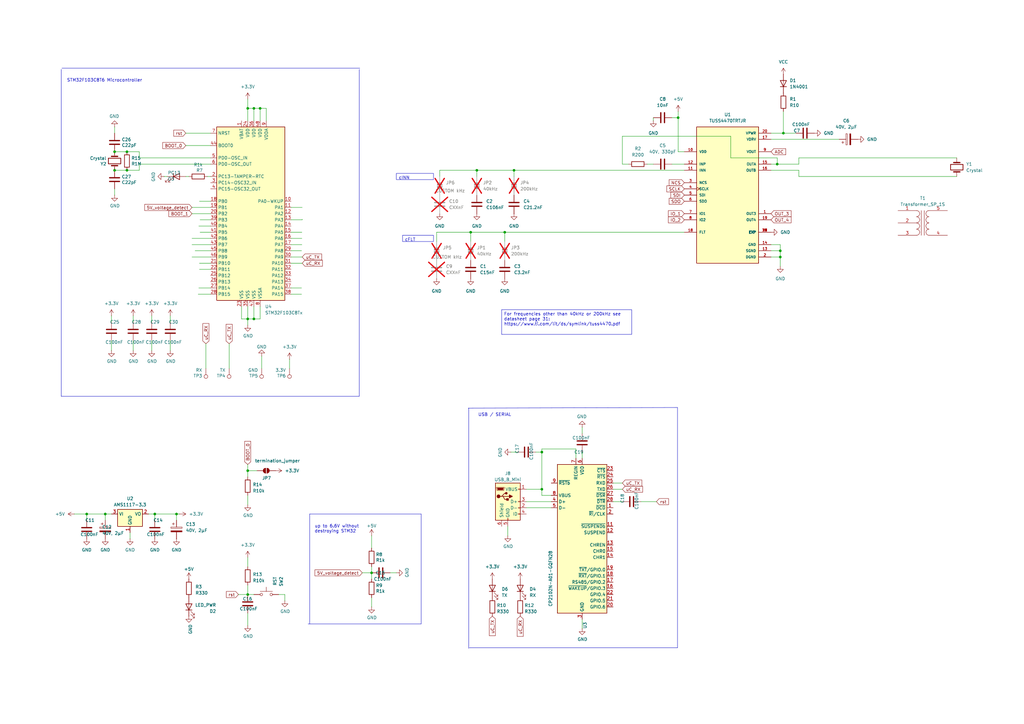
<source format=kicad_sch>
(kicad_sch (version 20231120) (generator "eeschema") (generator_version "8.0")
  (paper "A3")
  (junction (at 222.25 200.66))
  (junction (at 152.4 234.95))
  (junction (at 52.07 62.23))
  (junction (at 101.6 44.45))
  (junction (at 52.07 69.85))
  (junction (at 104.14 44.45))
  (junction (at 35.56 210.82))
  (junction (at 207.01 95.25))
  (junction (at 101.6 193.04))
  (junction (at 320.04 105.41))
  (junction (at 46.99 69.85))
  (junction (at 63.5 210.82))
  (junction (at 278.13 48.26))
  (junction (at 43.18 210.82))
  (junction (at 320.04 102.87))
  (junction (at 195.58 69.85))
  (junction (at 210.82 69.85))
  (junction (at 193.04 95.25))
  (junction (at 104.14 130.81))
  (junction (at 106.68 44.45))
  (junction (at 72.39 210.82))
  (junction (at 46.99 62.23))
  (junction (at 101.6 130.81))
  (junction (at 101.6 243.84))
  (junction (at 321.31 54.61))
  (junction (at 222.25 185.42))
  (junction (at 318.77 67.31))
  (wire (pts (xy 278.13 48.26) (xy 278.13 62.23)))
  (wire (pts (xy 236.22 187.96) (xy 236.22 184.15)))
  (wire (pts (xy 86.36 82.55) (xy 81.788 82.55)))
  (wire (pts (xy 78.74 100.33) (xy 86.36 100.33)))
  (wire (pts (xy 45.72 139.7) (xy 45.72 143.764)))
  (wire (pts (xy 280.67 69.85) (xy 210.82 69.85)))
  (wire (pts (xy 119.38 102.87) (xy 123.698 102.87)))
  (wire (pts (xy 101.6 130.81) (xy 104.14 130.81)))
  (wire (pts (xy 275.59 48.26) (xy 278.13 48.26)))
  (polyline (pts (xy 172.72 255.905) (xy 126.365 255.905)))
  (wire (pts (xy 82.042 95.25) (xy 86.36 95.25)))
  (wire (pts (xy 72.39 210.82) (xy 73.66 210.82)))
  (wire (pts (xy 392.43 64.77) (xy 327.66 64.77)))
  (wire (pts (xy 299.72 64.77) (xy 318.77 64.77)))
  (wire (pts (xy 86.36 107.95) (xy 81.788 107.95)))
  (wire (pts (xy 101.6 240.03) (xy 101.6 243.84)))
  (wire (pts (xy 45.72 129.54) (xy 45.72 132.08)))
  (wire (pts (xy 54.61 139.7) (xy 54.61 143.764)))
  (wire (pts (xy 63.5 210.82) (xy 72.39 210.82)))
  (wire (pts (xy 321.31 45.72) (xy 321.31 54.61)))
  (wire (pts (xy 106.68 125.73) (xy 106.68 130.81)))
  (wire (pts (xy 54.61 129.54) (xy 54.61 132.08)))
  (wire (pts (xy 123.952 89.916) (xy 123.952 90.17)))
  (wire (pts (xy 327.66 69.85) (xy 327.66 72.39)))
  (wire (pts (xy 104.14 125.73) (xy 104.14 130.81)))
  (wire (pts (xy 195.58 69.85) (xy 195.58 72.39)))
  (wire (pts (xy 321.31 54.61) (xy 326.39 54.61)))
  (wire (pts (xy 93.98 140.97) (xy 93.98 151.13)))
  (wire (pts (xy 123.952 90.17) (xy 119.38 90.17)))
  (wire (pts (xy 101.6 195.58) (xy 101.6 193.04)))
  (wire (pts (xy 265.43 67.31) (xy 267.97 67.31)))
  (wire (pts (xy 43.18 210.82) (xy 45.72 210.82)))
  (wire (pts (xy 316.23 102.87) (xy 320.04 102.87)))
  (wire (pts (xy 35.56 210.82) (xy 43.18 210.82)))
  (wire (pts (xy 262.89 205.74) (xy 269.24 205.74)))
  (wire (pts (xy 30.48 210.82) (xy 35.56 210.82)))
  (wire (pts (xy 43.18 213.36) (xy 43.18 210.82)))
  (wire (pts (xy 57.15 64.77) (xy 86.36 64.77)))
  (wire (pts (xy 210.82 69.85) (xy 210.82 72.39)))
  (wire (pts (xy 114.3 243.84) (xy 116.84 243.84)))
  (wire (pts (xy 251.46 205.74) (xy 255.27 205.74)))
  (wire (pts (xy 86.36 72.39) (xy 85.09 72.39)))
  (wire (pts (xy 193.04 95.25) (xy 207.01 95.25)))
  (wire (pts (xy 318.77 67.31) (xy 327.66 67.31)))
  (wire (pts (xy 52.07 62.23) (xy 57.15 62.23)))
  (polyline (pts (xy 172.72 210.82) (xy 172.72 255.905)))
  (wire (pts (xy 60.96 210.82) (xy 63.5 210.82)))
  (wire (pts (xy 116.84 243.84) (xy 116.84 246.38)))
  (wire (pts (xy 207.01 95.25) (xy 280.67 95.25)))
  (polyline (pts (xy 277.876 265.684) (xy 192.532 265.684)))
  (wire (pts (xy 118.745 151.13) (xy 118.745 147.32)))
  (wire (pts (xy 222.25 185.42) (xy 219.71 185.42)))
  (wire (pts (xy 101.6 44.45) (xy 101.6 40.64)))
  (wire (pts (xy 101.6 44.45) (xy 104.14 44.45)))
  (wire (pts (xy 327.66 64.77) (xy 327.66 67.31)))
  (polyline (pts (xy 147.32 28.448) (xy 147.32 162.56)))
  (wire (pts (xy 101.6 203.2) (xy 101.6 207.01)))
  (wire (pts (xy 255.27 200.66) (xy 251.46 200.66)))
  (wire (pts (xy 78.74 97.79) (xy 86.36 97.79)))
  (wire (pts (xy 72.39 213.36) (xy 72.39 210.82)))
  (wire (pts (xy 84.455 151.13) (xy 84.455 140.97)))
  (wire (pts (xy 101.6 44.45) (xy 101.6 49.53)))
  (wire (pts (xy 104.14 44.45) (xy 104.14 49.53)))
  (wire (pts (xy 63.5 213.36) (xy 63.5 210.82)))
  (wire (pts (xy 107.315 151.13) (xy 107.315 146.05)))
  (wire (pts (xy 52.07 69.85) (xy 57.15 69.85)))
  (wire (pts (xy 78.74 105.41) (xy 86.36 105.41)))
  (polyline (pts (xy 127 210.82) (xy 172.72 210.82)))
  (wire (pts (xy 152.4 245.11) (xy 152.4 248.92)))
  (wire (pts (xy 104.14 44.45) (xy 106.68 44.45)))
  (wire (pts (xy 46.99 54.61) (xy 46.99 52.07)))
  (wire (pts (xy 267.97 49.53) (xy 267.97 48.26)))
  (wire (pts (xy 81.534 118.11) (xy 86.36 118.11)))
  (wire (pts (xy 179.07 95.25) (xy 193.04 95.25)))
  (wire (pts (xy 99.06 130.81) (xy 99.06 125.73)))
  (wire (pts (xy 275.59 67.31) (xy 280.67 67.31)))
  (wire (pts (xy 82.042 90.17) (xy 86.36 90.17)))
  (wire (pts (xy 101.6 125.73) (xy 101.6 130.81)))
  (wire (pts (xy 76.2 59.69) (xy 86.36 59.69)))
  (wire (pts (xy 222.25 200.66) (xy 215.9 200.66)))
  (wire (pts (xy 344.17 57.15) (xy 316.23 57.15)))
  (wire (pts (xy 119.38 100.33) (xy 123.825 100.33)))
  (wire (pts (xy 238.76 177.8) (xy 238.76 175.26)))
  (wire (pts (xy 208.28 215.9) (xy 208.28 219.71)))
  (wire (pts (xy 255.27 55.88) (xy 299.72 55.88)))
  (wire (pts (xy 316.23 100.33) (xy 320.04 100.33)))
  (wire (pts (xy 255.27 67.31) (xy 257.81 67.31)))
  (wire (pts (xy 81.28 120.65) (xy 86.36 120.65)))
  (wire (pts (xy 101.6 251.46) (xy 101.6 256.54)))
  (polyline (pts (xy 127 210.82) (xy 127 255.905)))
  (wire (pts (xy 316.23 54.61) (xy 321.31 54.61)))
  (wire (pts (xy 69.85 129.54) (xy 69.85 132.08)))
  (wire (pts (xy 106.68 44.45) (xy 106.68 49.53)))
  (wire (pts (xy 236.22 184.15) (xy 222.25 184.15)))
  (wire (pts (xy 226.06 203.2) (xy 222.25 203.2)))
  (wire (pts (xy 238.76 187.96) (xy 238.76 185.42)))
  (wire (pts (xy 106.68 130.81) (xy 104.14 130.81)))
  (wire (pts (xy 212.09 185.42) (xy 209.55 185.42)))
  (wire (pts (xy 148.59 234.95) (xy 152.4 234.95)))
  (wire (pts (xy 238.76 254) (xy 238.76 257.81)))
  (wire (pts (xy 180.34 69.85) (xy 180.34 72.39)))
  (wire (pts (xy 62.23 129.54) (xy 62.23 132.08)))
  (wire (pts (xy 195.58 69.85) (xy 180.34 69.85)))
  (wire (pts (xy 97.79 243.84) (xy 101.6 243.84)))
  (wire (pts (xy 76.2 54.61) (xy 86.36 54.61)))
  (wire (pts (xy 278.13 45.72) (xy 278.13 48.26)))
  (wire (pts (xy 119.38 85.09) (xy 123.952 85.09)))
  (wire (pts (xy 226.06 208.28) (xy 215.9 208.28)))
  (wire (pts (xy 77.47 72.39) (xy 76.2 72.39)))
  (wire (pts (xy 101.6 243.84) (xy 104.14 243.84)))
  (wire (pts (xy 81.534 92.71) (xy 86.36 92.71)))
  (wire (pts (xy 123.698 118.11) (xy 119.38 118.11)))
  (wire (pts (xy 320.04 105.41) (xy 320.04 109.22)))
  (polyline (pts (xy 277.876 167.132) (xy 277.876 265.684)))
  (wire (pts (xy 67.31 72.39) (xy 68.58 72.39)))
  (wire (pts (xy 152.4 224.79) (xy 152.4 219.71)))
  (wire (pts (xy 119.38 107.95) (xy 123.952 107.95)))
  (wire (pts (xy 57.15 67.31) (xy 86.36 67.31)))
  (wire (pts (xy 101.6 193.04) (xy 101.6 190.5)))
  (wire (pts (xy 57.15 67.31) (xy 57.15 69.85)))
  (wire (pts (xy 320.04 102.87) (xy 320.04 105.41)))
  (wire (pts (xy 106.68 44.45) (xy 109.22 44.45)))
  (wire (pts (xy 46.99 62.23) (xy 52.07 62.23)))
  (wire (pts (xy 101.6 130.81) (xy 101.6 133.35)))
  (wire (pts (xy 53.34 220.98) (xy 53.34 218.44)))
  (wire (pts (xy 119.38 97.79) (xy 123.825 97.79)))
  (wire (pts (xy 318.77 64.77) (xy 318.77 67.31)))
  (wire (pts (xy 210.82 69.85) (xy 195.58 69.85)))
  (wire (pts (xy 193.04 95.25) (xy 193.04 99.06)))
  (polyline (pts (xy 25.146 162.56) (xy 147.32 162.56)))
  (wire (pts (xy 69.85 139.7) (xy 69.85 143.764)))
  (wire (pts (xy 152.4 232.41) (xy 152.4 234.95)))
  (wire (pts (xy 179.07 99.06) (xy 179.07 95.25)))
  (wire (pts (xy 316.23 105.41) (xy 320.04 105.41)))
  (wire (pts (xy 119.38 105.41) (xy 123.952 105.41)))
  (wire (pts (xy 278.13 62.23) (xy 280.67 62.23)))
  (polyline (pts (xy 147.574 27.94) (xy 25.4 27.94)))
  (wire (pts (xy 320.04 100.33) (xy 320.04 102.87)))
  (wire (pts (xy 35.56 213.36) (xy 35.56 210.82)))
  (wire (pts (xy 222.25 203.2) (xy 222.25 200.66)))
  (wire (pts (xy 207.01 99.06) (xy 207.01 95.25)))
  (wire (pts (xy 86.36 110.49) (xy 81.788 110.49)))
  (wire (pts (xy 327.66 72.39) (xy 392.43 72.39)))
  (wire (pts (xy 316.23 69.85) (xy 327.66 69.85)))
  (wire (pts (xy 109.22 44.45) (xy 109.22 49.53)))
  (wire (pts (xy 57.15 62.23) (xy 57.15 64.77)))
  (wire (pts (xy 215.9 205.74) (xy 226.06 205.74)))
  (wire (pts (xy 222.25 185.42) (xy 222.25 200.66)))
  (wire (pts (xy 78.74 85.09) (xy 86.36 85.09)))
  (wire (pts (xy 46.99 69.85) (xy 52.07 69.85)))
  (wire (pts (xy 119.38 95.25) (xy 123.825 95.25)))
  (wire (pts (xy 62.23 139.7) (xy 62.23 143.764)))
  (wire (pts (xy 222.25 184.15) (xy 222.25 185.42)))
  (wire (pts (xy 255.27 67.31) (xy 255.27 55.88)))
  (wire (pts (xy 316.23 67.31) (xy 318.77 67.31)))
  (wire (pts (xy 119.38 120.65) (xy 123.698 120.65)))
  (wire (pts (xy 86.36 102.87) (xy 80.01 102.87)))
  (wire (pts (xy 101.6 232.41) (xy 101.6 228.6)))
  (wire (pts (xy 152.4 234.95) (xy 152.4 237.49)))
  (wire (pts (xy 78.74 87.63) (xy 86.36 87.63)))
  (wire (pts (xy 162.56 234.95) (xy 160.02 234.95)))
  (wire (pts (xy 101.6 193.04) (xy 105.41 193.04)))
  (polyline (pts (xy 192.278 167.386) (xy 192.278 265.938)))
  (wire (pts (xy 101.6 130.81) (xy 99.06 130.81)))
  (wire (pts (xy 46.99 77.47) (xy 46.99 80.01)))
  (polyline (pts (xy 25.146 28.448) (xy 25.146 162.56)))
  (wire (pts (xy 299.72 55.88) (xy 299.72 64.77)))
  (polyline (pts (xy 192.024 167.386) (xy 277.876 167.132)))
  (wire (pts (xy 251.46 198.12) (xy 255.27 198.12)))
  (text_box "cFLT" (at 165.1 96.52 0) (size 12.7 2.54) (effects (font (size 1.27 1.27)) (justify left top)))
  (text_box "For frequencies other than 40kHz or 200kHz see datasheet page 31:\nhttps://www.ti.com/lit/ds/symlink/tuss4470.pdf" (at 205.74 127 0) (size 53.34 10.16) (effects (font (size 1.27 1.27)) (justify left top)))
  (text_box "cINN" (at 162.56 71.12 0) (size 15.24 2.54) (effects (font (size 1.27 1.27)) (justify left top)))
  (text "USB / SERIAL" (at 196.088 170.942 0) (effects (font (size 1.27 1.27)) (justify left bottom)))
  (text "up to 6.6V without \ndestroying STM32" (at 129.032 218.694 0) (effects (font (size 1.27 1.27)) (justify left bottom)))
  (text "STM32F103C8T6 Microcontroller" (at 27.432 33.782 0) (effects (font (size 1.27 1.27)) (justify left bottom)))
  (global_label "NCS" (shape input) (at 280.67 74.93 180) (property "Intersheetrefs" "${INTERSHEET_REFS}" (effects (hide yes))))
  (global_label "uC_RX" (shape input) (at 84.455 140.97 90) (property "Intersheetrefs" "${INTERSHEET_REFS}" (effects (hide yes))))
  (global_label "SCLK" (shape input) (at 280.67 77.47 180) (property "Intersheetrefs" "${INTERSHEET_REFS}" (effects (hide yes))))
  (global_label "uC_RX" (shape input) (at 123.952 107.95 0) (property "Intersheetrefs" "${INTERSHEET_REFS}" (effects (hide yes))))
  (global_label "uC_TX" (shape input) (at 93.98 140.97 90) (property "Intersheetrefs" "${INTERSHEET_REFS}" (effects (hide yes))))
  (global_label "SDO" (shape input) (at 280.67 82.55 180) (property "Intersheetrefs" "${INTERSHEET_REFS}" (effects (hide yes))))
  (global_label "5V_voltage_detect" (shape input) (at 78.74 85.09 180) (property "Intersheetrefs" "${INTERSHEET_REFS}" (effects (hide yes))))
  (global_label "BOOT_0" (shape input) (at 101.6 190.5 90) (property "Intersheetrefs" "${INTERSHEET_REFS}" (effects (hide yes))))
  (global_label "ADC" (shape input) (at 316.23 62.23 0) (property "Intersheetrefs" "${INTERSHEET_REFS}" (effects (hide yes))))
  (global_label "OUT_4" (shape input) (at 316.23 90.17 0) (property "Intersheetrefs" "${INTERSHEET_REFS}" (effects (hide yes))))
  (global_label "uC_RX" (shape input) (at 255.27 200.66 0) (property "Intersheetrefs" "${INTERSHEET_REFS}" (effects (hide yes))))
  (global_label "uC_TX" (shape input) (at 201.93 252.73 270) (property "Intersheetrefs" "${INTERSHEET_REFS}" (effects (hide yes))))
  (global_label "BOOT_0" (shape input) (at 76.2 59.69 180) (property "Intersheetrefs" "${INTERSHEET_REFS}" (effects (hide yes))))
  (global_label "uC_RX" (shape input) (at 213.36 252.73 270) (property "Intersheetrefs" "${INTERSHEET_REFS}" (effects (hide yes))))
  (global_label "uC_TX" (shape input) (at 123.952 105.41 0) (property "Intersheetrefs" "${INTERSHEET_REFS}" (effects (hide yes))))
  (global_label "SDI" (shape input) (at 280.67 80.01 180) (property "Intersheetrefs" "${INTERSHEET_REFS}" (effects (hide yes))))
  (global_label "OUT_3" (shape input) (at 316.23 87.63 0) (property "Intersheetrefs" "${INTERSHEET_REFS}" (effects (hide yes))))
  (global_label "rst" (shape input) (at 76.2 54.61 180) (property "Intersheetrefs" "${INTERSHEET_REFS}" (effects (hide yes))))
  (global_label "BOOT_1" (shape input) (at 78.74 87.63 180) (property "Intersheetrefs" "${INTERSHEET_REFS}" (effects (hide yes))))
  (global_label "rst" (shape input) (at 269.24 205.74 0) (property "Intersheetrefs" "${INTERSHEET_REFS}" (effects (hide yes))))
  (global_label "IO_2" (shape input) (at 280.67 90.17 180) (property "Intersheetrefs" "${INTERSHEET_REFS}" (effects (hide yes))))
  (global_label "rst" (shape input) (at 97.79 243.84 180) (property "Intersheetrefs" "${INTERSHEET_REFS}" (effects (hide yes))))
  (global_label "uC_TX" (shape input) (at 255.27 198.12 0) (property "Intersheetrefs" "${INTERSHEET_REFS}" (effects (hide yes))))
  (global_label "IO_1" (shape input) (at 280.67 87.63 180) (property "Intersheetrefs" "${INTERSHEET_REFS}" (effects (hide yes))))
  (global_label "5V_voltage_detect" (shape input) (at 148.59 234.95 180) (property "Intersheetrefs" "${INTERSHEET_REFS}" (effects (hide yes))))
  (symbol (lib_id "Device:LED") (at 213.36 241.3 90) (unit 1)
    (property "Reference" "D4" (at 217.17 241.6174 90) (effects (justify right)))
    (property "Value" "RX" (at 217.17 244.1574 90) (effects (justify right)))
    (property "Footprint" "LED_SMD:LED_0603_1608Metric" (effects (hide yes)))
    (property "LCSC" "C72038" (effects (hide yes)))
  )
  (symbol (lib_id "power:GND") (at 62.23 143.764 0) (unit 1)
    (property "Reference" "#PWR077" (effects (hide yes)))
    (property "Value" "GND" (at 62.357 148.1582 0))
  )
  (symbol (lib_id "Device:C") (at 179.07 110.49 0) (unit 1) (in_bom no) (dnp yes)
    (property "Reference" "C9" (at 182.88 109.2199 0) (effects (justify left)))
    (property "Value" "CXXnF" (at 182.88 111.7599 0) (effects (justify left)))
    (property "Footprint" "Capacitor_SMD:C_0603_1608Metric" (effects (hide yes)))
    (property "Description" "Unpolarized capacitor" (effects (hide yes)))
  )
  (symbol (lib_id "power:+5V") (at 77.47 237.49 0) (unit 1)
    (property "Reference" "#PWR026" (effects (hide yes)))
    (property "Value" "+5V" (at 77.47 233.426 0))
  )
  (symbol (lib_id "Device:C") (at 46.99 58.42 0) (unit 1)
    (property "Reference" "C26" (at 49.911 57.2516 0) (effects (justify left)))
    (property "Value" "C22pF" (at 49.911 59.563 0) (effects (justify left)))
    (property "Footprint" "Capacitor_SMD:C_0402_1005Metric" (effects (hide yes)))
    (property "LCSC" "C1555" (effects (hide yes)))
  )
  (symbol (lib_name "+3.3V_1") (lib_id "power:+3.3V") (at 101.6 228.6 0) (unit 1)
    (property "Reference" "#PWR063" (effects (hide yes)))
    (property "Value" "+3.3V" (at 101.6 223.52 0))
    (property "Description" "Power symbol creates a global label with name \"+3.3V\"" (effects (hide yes)))
  )
  (symbol (lib_id "Device:LED") (at 72.39 72.39 0) (unit 1)
    (property "Reference" "D3" (at 68.834 73.406 0) (effects (justify left)))
    (property "Value" "PC13" (at 68.834 70.866 0) (effects (justify left)))
    (property "Footprint" "LED_SMD:LED_0603_1608Metric" (effects (hide yes)))
    (property "LCSC" "C2286" (effects (hide yes)))
  )
  (symbol (lib_id "power:GND") (at 35.56 220.98 0) (unit 1)
    (property "Reference" "#PWR037" (effects (hide yes)))
    (property "Value" "GND" (at 35.56 225.552 0))
  )
  (symbol (lib_id "power:+5V") (at 152.4 219.71 0) (unit 1)
    (property "Reference" "#PWR050" (effects (hide yes)))
    (property "Value" "+5V" (at 152.4 215.646 0))
  )
  (symbol (lib_id "Device:R") (at 152.4 241.3 0) (unit 1)
    (property "Reference" "R9" (at 154.178 240.1316 0) (effects (justify left)))
    (property "Value" "R1k" (at 154.178 242.443 0) (effects (justify left)))
    (property "Footprint" "Resistor_SMD:R_0603_1608Metric" (effects (hide yes)))
    (property "LCSC" "C21190" (effects (hide yes)))
  )
  (symbol (lib_id "Device:C") (at 156.21 234.95 90) (unit 1)
    (property "Reference" "C15" (at 157.988 234.95 90) (effects (justify left)))
    (property "Value" "C100nF" (at 160.655 237.49 90) (effects (justify left)))
    (property "Footprint" "Capacitor_SMD:C_0402_1005Metric" (effects (hide yes)))
    (property "LCSC" "C307331" (effects (hide yes)))
  )
  (symbol (lib_id "power:+5V") (at 278.13 45.72 0) (unit 1)
    (property "Reference" "#PWR016" (effects (hide yes)))
    (property "Value" "+5V" (at 278.13 40.64 0))
    (property "Description" "Power symbol creates a global label with name \"+5V\"" (effects (hide yes)))
  )
  (symbol (lib_id "Device:C") (at 54.61 135.89 0) (unit 1)
    (property "Reference" "C28" (at 53.975 132.08 0) (effects (justify left)))
    (property "Value" "C100nF" (at 52.07 140.335 0) (effects (justify left)))
    (property "Footprint" "Capacitor_SMD:C_0402_1005Metric" (effects (hide yes)))
    (property "LCSC" "C307331" (effects (hide yes)))
  )
  (symbol (lib_id "Interface_USB:CP2102N-A01-GQFN28") (at 238.76 220.98 0) (unit 1)
    (property "Reference" "U3" (at 239.9284 255.1176 90) (effects (justify right)))
    (property "Value" "CP2102N-A01-GQFN28" (at 225.806 225.806 90) (effects (justify right)))
    (property "Footprint" "Package_DFN_QFN:QFN-28-1EP_5x5mm_P0.5mm_EP3.35x3.35mm" (effects (hide yes)))
    (property "Datasheet" "https://www.silabs.com/documents/public/data-sheets/cp2102n-datasheet.pdf" (effects (hide yes)))
    (property "LCSC" "C6568" (effects (hide yes)))
  )
  (symbol (lib_name "+3.3V_1") (lib_id "power:+3.3V") (at 54.61 129.54 0) (unit 1)
    (property "Reference" "#PWR031" (effects (hide yes)))
    (property "Value" "+3.3V" (at 54.61 124.46 0))
    (property "Description" "Power symbol creates a global label with name \"+3.3V\"" (effects (hide yes)))
  )
  (symbol (lib_id "power:GND") (at 207.01 114.3 0) (unit 1)
    (property "Reference" "#PWR09" (effects (hide yes)))
    (property "Value" "GND" (at 207.01 119.38 0))
    (property "Description" "Power symbol creates a global label with name \"GND\" , ground" (effects (hide yes)))
  )
  (symbol (lib_id "power:GND") (at 152.4 248.92 0) (unit 1)
    (property "Reference" "#PWR051" (effects (hide yes)))
    (property "Value" "GND" (at 152.527 253.3142 0))
  )
  (symbol (lib_id "Device:Crystal") (at 392.43 68.58 90) (unit 1)
    (property "Reference" "Y1" (at 396.24 67.3099 90) (effects (justify right)))
    (property "Value" "Crystal" (at 396.24 69.8499 90) (effects (justify right)))
    (property "Footprint" "Resistor_SMD:R_1206_3216Metric" (effects (hide yes)))
    (property "Description" "Two pin crystal" (effects (hide yes)))
  )
  (symbol (lib_id "MCU_ST_STM32F1:STM32F103C8Tx") (at 104.14 87.63 0) (unit 1)
    (property "Reference" "U4" (at 108.6994 125.73 0) (effects (justify left)))
    (property "Value" "STM32F103C8Tx" (at 108.6994 128.27 0) (effects (justify left)))
    (property "Footprint" "Package_QFP:LQFP-48_7x7mm_P0.5mm" (effects (hide yes)))
    (property "Datasheet" "http://www.st.com/st-web-ui/static/active/en/resource/technical/document/datasheet/CD00161566.pdf" (effects (hide yes)))
    (property "LCSC" "C8734" (effects (hide yes)))
  )
  (symbol (lib_id "power:GND") (at 77.47 252.73 0) (unit 1)
    (property "Reference" "#PWR027" (effects (hide yes)))
    (property "Value" "GND" (at 78.105 256.032 90) (effects (justify right)))
  )
  (symbol (lib_id "power:GND") (at 179.07 114.3 0) (unit 1)
    (property "Reference" "#PWR017" (effects (hide yes)))
    (property "Value" "GND" (at 179.07 119.38 0))
    (property "Description" "Power symbol creates a global label with name \"GND\" , ground" (effects (hide yes)))
  )
  (symbol (lib_id "power:GND") (at 43.18 220.98 0) (unit 1)
    (property "Reference" "#PWR02" (effects (hide yes)))
    (property "Value" "GND" (at 43.18 225.552 0))
  )
  (symbol (lib_id "Connector:TestPoint") (at 84.455 151.13 180) (unit 1)
    (property "Reference" "TP3" (at 82.9818 154.1272 0) (effects (justify left)))
    (property "Value" "RX" (at 82.9818 151.8158 0) (effects (justify left)))
    (property "Footprint" "TestPoint:TestPoint_Pad_D2.0mm" (effects (hide yes)))
  )
  (symbol (lib_id "Device:C") (at 271.78 67.31 90) (unit 1)
    (property "Reference" "C5" (at 271.78 59.69 90))
    (property "Value" "40V, 330pF" (at 271.78 62.23 90))
    (property "Footprint" "Capacitor_SMD:C_0603_1608Metric" (effects (hide yes)))
    (property "Description" "Unpolarized capacitor" (effects (hide yes)))
    (property "LCSC" "C1664" (effects (hide yes)))
  )
  (symbol (lib_id "Device:C") (at 238.76 181.61 180) (unit 1)
    (property "Reference" "C19" (at 239.395 185.42 0) (effects (justify left)))
    (property "Value" "C100nF" (at 242.062 179.578 0) (effects (justify left)))
    (property "Footprint" "Capacitor_SMD:C_0402_1005Metric" (effects (hide yes)))
    (property "LCSC" "C307331" (effects (hide yes)))
  )
  (symbol (lib_id "power:GND") (at 267.97 49.53 0) (unit 1)
    (property "Reference" "#PWR014" (effects (hide yes)))
    (property "Value" "GND" (at 267.97 54.61 0))
    (property "Description" "Power symbol creates a global label with name \"GND\" , ground" (effects (hide yes)))
  )
  (symbol (lib_id "power:GND") (at 316.23 95.25 90) (unit 1)
    (property "Reference" "#PWR019" (effects (hide yes)))
    (property "Value" "GND" (at 320.04 95.2499 90) (effects (justify right)))
    (property "Description" "Power symbol creates a global label with name \"GND\" , ground" (effects (hide yes)))
  )
  (symbol (lib_id "Device:C") (at 63.5 217.17 0) (unit 1)
    (property "Reference" "C14" (at 62.865 213.36 0) (effects (justify left)))
    (property "Value" "C100nF" (at 60.198 219.202 0) (effects (justify left)))
    (property "Footprint" "Capacitor_SMD:C_0402_1005Metric" (effects (hide yes)))
    (property "LCSC" "C307331" (effects (hide yes)))
  )
  (symbol (lib_id "Device:C") (at 195.58 83.82 0) (unit 1)
    (property "Reference" "C2" (at 199.39 82.5499 0) (effects (justify left)))
    (property "Value" "C106nF" (at 199.39 85.0899 0) (effects (justify left)))
    (property "Footprint" "Capacitor_SMD:C_0603_1608Metric" (effects (hide yes)))
    (property "Description" "Unpolarized capacitor" (effects (hide yes)))
    (property "LCSC" "C14663" (effects (hide yes)))
  )
  (symbol (lib_id "Switch:SW_Push") (at 109.22 243.84 0) (unit 1)
    (property "Reference" "SW2" (at 115.316 236.474 90) (effects (justify right)))
    (property "Value" "RST" (at 112.776 236.474 90) (effects (justify right)))
    (property "Footprint" "Button_Switch_SMD:SW_Push_1P1T_NO_CK_KSC7xxJ" (effects (hide yes)))
    (property "LCSC" "C318884" (effects (hide yes)))
  )
  (symbol (lib_id "Device:C_Polarized") (at 43.18 217.17 0) (unit 1)
    (property "Reference" "C12" (at 41.91 216.154 0) (effects (justify left)))
    (property "Value" "40V, 2µF" (at 41.91 218.694 0) (effects (justify left)))
    (property "Footprint" "Capacitor_SMD:C_1206_3216Metric" (effects (hide yes)))
    (property "Description" "Polarized capacitor" (effects (hide yes)))
    (property "LCSC" "C50254" (effects (hide yes)))
  )
  (symbol (lib_id "Connector:USB_B_Mini") (at 208.28 205.74 0) (unit 1)
    (property "Reference" "J8" (at 208.28 194.183 0))
    (property "Value" "USB_B_Mini" (at 208.28 196.723 0))
    (property "Footprint" "Connector_USB:USB_Mini-B_Tensility_54-00023_Vertical" (effects (hide yes)))
    (property "LCSC" "C6331167" (effects (hide yes)))
  )
  (symbol (lib_id "Device:R") (at 213.36 248.92 0) (unit 1)
    (property "Reference" "R12" (at 215.138 248.285 0) (effects (justify left)))
    (property "Value" "R330" (at 215.138 250.825 0) (effects (justify left)))
    (property "Footprint" "Resistor_SMD:R_0603_1608Metric" (effects (hide yes)))
    (property "LCSC" "C23138" (effects (hide yes)))
  )
  (symbol (lib_id "power:GND") (at 46.99 80.01 0) (unit 1)
    (property "Reference" "#PWR073" (effects (hide yes)))
    (property "Value" "GND" (at 47.117 84.4042 0))
  )
  (symbol (lib_id "Device:R") (at 261.62 67.31 270) (unit 1)
    (property "Reference" "R2" (at 261.62 60.96 90))
    (property "Value" "R200" (at 261.62 63.5 90))
    (property "Footprint" "Resistor_SMD:R_1206_3216Metric" (effects (hide yes)))
    (property "Description" "Resistor" (effects (hide yes)))
    (property "LCSC" "C18002" (effects (hide yes)))
  )
  (symbol (lib_id "power:GND") (at 69.85 143.764 0) (unit 1)
    (property "Reference" "#PWR080" (effects (hide yes)))
    (property "Value" "GND" (at 69.977 148.1582 0))
  )
  (symbol (lib_id "Device:R") (at 52.07 66.04 0) (unit 1)
    (property "Reference" "R15" (at 53.848 64.8716 0) (effects (justify left)))
    (property "Value" "R1M" (at 53.848 67.183 0) (effects (justify left)))
    (property "Footprint" "Resistor_SMD:R_0402_1005Metric" (effects (hide yes)))
    (property "LCSC" "C26083" (effects (hide yes)))
  )
  (symbol (lib_id "Device:C") (at 62.23 135.89 0) (unit 1)
    (property "Reference" "C29" (at 61.595 132.08 0) (effects (justify left)))
    (property "Value" "C100nF" (at 59.69 140.335 0) (effects (justify left)))
    (property "Footprint" "Capacitor_SMD:C_0402_1005Metric" (effects (hide yes)))
    (property "LCSC" "C307331" (effects (hide yes)))
  )
  (symbol (lib_id "power:GND") (at 238.76 175.26 180) (unit 1)
    (property "Reference" "#PWR061" (effects (hide yes)))
    (property "Value" "GND" (at 238.633 170.8658 0))
  )
  (symbol (lib_id "Device:LED") (at 77.47 248.92 90) (unit 1)
    (property "Reference" "D2" (at 88.646 250.698 90) (effects (justify left)))
    (property "Value" "LED_PWR" (at 88.646 248.158 90) (effects (justify left)))
    (property "Footprint" "LED_SMD:LED_0603_1608Metric" (effects (hide yes)))
    (property "LCSC" "C2286" (effects (hide yes)))
  )
  (symbol (lib_id "Jumper:SolderJumper_2_Open") (at 195.58 76.2 90) (unit 1) (exclude_from_sim yes) (in_bom no) (dnp yes)
    (property "Reference" "JP2" (at 198.12 74.9299 90) (effects (justify right)))
    (property "Value" "40kHz" (at 198.12 77.4699 90) (effects (justify right)))
    (property "Footprint" "Jumper:SolderJumper-2_P1.3mm_Open_RoundedPad1.0x1.5mm" (effects (hide yes)))
    (property "Description" "Solder Jumper, 2-pole, open" (effects (hide yes)))
  )
  (symbol (lib_id "Device:C") (at 180.34 83.82 0) (unit 1) (in_bom no) (dnp yes)
    (property "Reference" "C10" (at 184.15 82.5499 0) (effects (justify left)))
    (property "Value" "CXXnF" (at 184.15 85.0899 0) (effects (justify left)))
    (property "Footprint" "Capacitor_SMD:C_0603_1608Metric" (effects (hide yes)))
    (property "Description" "Unpolarized capacitor" (effects (hide yes)))
  )
  (symbol (lib_id "Device:R") (at 101.6 236.22 0) (unit 1)
    (property "Reference" "R13" (at 103.632 235.585 0) (effects (justify left)))
    (property "Value" "R10k" (at 103.632 238.125 0) (effects (justify left)))
    (property "Footprint" "Resistor_SMD:R_0603_1608Metric" (effects (hide yes)))
    (property "LCSC" "C25804" (effects (hide yes)))
  )
  (symbol (lib_name "+3.3V_1") (lib_id "power:+3.3V") (at 213.36 237.49 0) (unit 1)
    (property "Reference" "#PWR060" (effects (hide yes)))
    (property "Value" "+3.3V" (at 213.36 232.41 0))
    (property "Description" "Power symbol creates a global label with name \"+3.3V\"" (effects (hide yes)))
  )
  (symbol (lib_name "+3.3V_1") (lib_id "power:+3.3V") (at 113.03 193.04 270) (unit 1)
    (property "Reference" "#PWR069" (effects (hide yes)))
    (property "Value" "+3.3V" (at 116.84 193.0399 90) (effects (justify left)))
    (property "Description" "Power symbol creates a global label with name \"+3.3V\"" (effects (hide yes)))
  )
  (symbol (lib_name "+3.3V_1") (lib_id "power:+3.3V") (at 118.745 147.32 0) (unit 1)
    (property "Reference" "#PWR068" (effects (hide yes)))
    (property "Value" "+3.3V" (at 118.745 142.24 0))
    (property "Description" "Power symbol creates a global label with name \"+3.3V\"" (effects (hide yes)))
  )
  (symbol (lib_id "Device:C") (at 193.04 110.49 0) (unit 1)
    (property "Reference" "C1" (at 196.85 109.2199 0) (effects (justify left)))
    (property "Value" "C15nF" (at 196.85 111.7599 0) (effects (justify left)))
    (property "Footprint" "Capacitor_SMD:C_0603_1608Metric" (effects (hide yes)))
    (property "Description" "Unpolarized capacitor" (effects (hide yes)))
    (property "LCSC" "C1596" (effects (hide yes)))
  )
  (symbol (lib_name "+3.3V_1") (lib_id "power:+3.3V") (at 101.6 40.64 0) (unit 1)
    (property "Reference" "#PWR036" (effects (hide yes)))
    (property "Value" "+3.3V" (at 101.6 35.56 0))
    (property "Description" "Power symbol creates a global label with name \"+3.3V\"" (effects (hide yes)))
  )
  (symbol (lib_id "Connector:TestPoint") (at 118.745 151.13 180) (unit 1)
    (property "Reference" "TP6" (at 117.2718 154.1272 0) (effects (justify left)))
    (property "Value" "3.3V" (at 117.2718 151.8158 0) (effects (justify left)))
    (property "Footprint" "TestPoint:TestPoint_Pad_D2.0mm" (effects (hide yes)))
  )
  (symbol (lib_id "Connector:TestPoint") (at 93.98 151.13 180) (unit 1)
    (property "Reference" "TP4" (at 92.5068 154.1272 0) (effects (justify left)))
    (property "Value" "TX" (at 92.5068 151.8158 0) (effects (justify left)))
    (property "Footprint" "TestPoint:TestPoint_Pad_D2.0mm" (effects (hide yes)))
  )
  (symbol (lib_id "power:VCC") (at 321.31 30.48 0) (unit 1)
    (property "Reference" "#PWR013" (effects (hide yes)))
    (property "Value" "VCC" (at 321.31 25.4 0))
    (property "Description" "Power symbol creates a global label with name \"VCC\"" (effects (hide yes)))
  )
  (symbol (lib_id "Jumper:SolderJumper_2_Open") (at 210.82 76.2 90) (unit 1) (exclude_from_sim yes) (in_bom no) (dnp yes)
    (property "Reference" "JP4" (at 213.36 74.9299 90) (effects (justify right)))
    (property "Value" "200kHz" (at 213.36 77.4699 90) (effects (justify right)))
    (property "Footprint" "Jumper:SolderJumper-2_P1.3mm_Open_RoundedPad1.0x1.5mm" (effects (hide yes)))
    (property "Description" "Solder Jumper, 2-pole, open" (effects (hide yes)))
  )
  (symbol (lib_id "Device:C") (at 215.9 185.42 90) (unit 1)
    (property "Reference" "C17" (at 212.09 186.055 0) (effects (justify left)))
    (property "Value" "C100nF" (at 217.932 188.722 0) (effects (justify left)))
    (property "Footprint" "Capacitor_SMD:C_0402_1005Metric" (effects (hide yes)))
    (property "LCSC" "C307331" (effects (hide yes)))
  )
  (symbol (lib_id "Device:C") (at 271.78 48.26 90) (unit 1)
    (property "Reference" "C8" (at 271.78 40.64 90))
    (property "Value" "10nF" (at 271.78 43.18 90))
    (property "Footprint" "Capacitor_SMD:C_0603_1608Metric" (effects (hide yes)))
    (property "Description" "Unpolarized capacitor" (effects (hide yes)))
    (property "LCSC" "C57112" (effects (hide yes)))
  )
  (symbol (lib_id "Device:C") (at 69.85 135.89 0) (unit 1)
    (property "Reference" "C30" (at 69.215 132.08 0) (effects (justify left)))
    (property "Value" "C100nF" (at 67.31 140.335 0) (effects (justify left)))
    (property "Footprint" "Capacitor_SMD:C_0402_1005Metric" (effects (hide yes)))
    (property "LCSC" "C307331" (effects (hide yes)))
  )
  (symbol (lib_id "Jumper:SolderJumper_2_Open") (at 179.07 102.87 90) (unit 1) (exclude_from_sim yes) (in_bom no) (dnp yes)
    (property "Reference" "JP5" (at 181.61 101.5999 90) (effects (justify right)))
    (property "Value" "CUSTOM kHz" (at 177.292 105.41 90) (effects (justify right)))
    (property "Footprint" "Jumper:SolderJumper-2_P1.3mm_Open_RoundedPad1.0x1.5mm" (effects (hide yes)))
    (property "Description" "Solder Jumper, 2-pole, open" (effects (hide yes)))
  )
  (symbol (lib_name "+3.3V_1") (lib_id "power:+3.3V") (at 62.23 129.54 0) (unit 1)
    (property "Reference" "#PWR034" (effects (hide yes)))
    (property "Value" "+3.3V" (at 62.23 124.46 0))
    (property "Description" "Power symbol creates a global label with name \"+3.3V\"" (effects (hide yes)))
  )
  (symbol (lib_id "Diode:1N4001") (at 321.31 34.29 90) (unit 1)
    (property "Reference" "D1" (at 323.85 33.0199 90) (effects (justify right)))
    (property "Value" "1N4001" (at 323.85 35.5599 90) (effects (justify right)))
    (property "Footprint" "Diode_SMD:D_SMA" (effects (hide yes)))
    (property "Datasheet" "http://www.vishay.com/docs/88503/1n4001.pdf" (effects (hide yes)))
    (property "Description" "50V 1A General Purpose Rectifier Diode, DO-41" (effects (hide yes)))
    (property "Sim.Device" "D" (effects (hide yes)))
    (property "Sim.Pins" "1=K 2=A" (effects (hide yes)))
    (property "LCSC" "C727079" (effects (hide yes)))
  )
  (symbol (lib_id "power:GND") (at 193.04 114.3 0) (unit 1)
    (property "Reference" "#PWR07" (effects (hide yes)))
    (property "Value" "GND" (at 193.04 119.38 0))
    (property "Description" "Power symbol creates a global label with name \"GND\" , ground" (effects (hide yes)))
  )
  (symbol (lib_id "Device:R") (at 77.47 241.3 180) (unit 1)
    (property "Reference" "R3" (at 80.137 240.665 0) (effects (justify right)))
    (property "Value" "R330" (at 80.137 243.205 0) (effects (justify right)))
    (property "Footprint" "Resistor_SMD:R_0603_1608Metric" (effects (hide yes)))
    (property "LCSC" "C23138" (effects (hide yes)))
  )
  (symbol (lib_id "Device:Transformer_SP_1S") (at 378.46 91.44 0) (unit 1)
    (property "Reference" "T1" (at 378.4727 81.28 0))
    (property "Value" "Transformer_SP_1S" (at 378.4727 83.82 0))
    (property "Description" "Transformer, split primary, single secondary" (effects (hide yes)))
  )
  (symbol (lib_id "Device:R") (at 201.93 248.92 0) (unit 1)
    (property "Reference" "R10" (at 203.708 248.285 0) (effects (justify left)))
    (property "Value" "R330" (at 203.708 250.825 0) (effects (justify left)))
    (property "Footprint" "Resistor_SMD:R_0603_1608Metric" (effects (hide yes)))
    (property "LCSC" "C23138" (effects (hide yes)))
  )
  (symbol (lib_id "Device:LED") (at 201.93 241.3 90) (unit 1)
    (property "Reference" "D6" (at 205.74 241.6174 90) (effects (justify right)))
    (property "Value" "TX" (at 205.74 244.1574 90) (effects (justify right)))
    (property "Footprint" "LED_SMD:LED_0603_1608Metric" (effects (hide yes)))
    (property "LCSC" "C72038" (effects (hide yes)))
  )
  (symbol (lib_name "+3.3V_1") (lib_id "power:+3.3V") (at 73.66 210.82 270) (unit 1)
    (property "Reference" "#PWR043" (effects (hide yes)))
    (property "Value" "+3.3V" (at 77.47 210.8199 90) (effects (justify left)))
    (property "Description" "Power symbol creates a global label with name \"+3.3V\"" (effects (hide yes)))
  )
  (symbol (lib_id "Device:C") (at 207.01 110.49 0) (unit 1)
    (property "Reference" "C3" (at 210.82 109.2199 0) (effects (justify left)))
    (property "Value" "C3.2nF" (at 210.82 111.7599 0) (effects (justify left)))
    (property "Footprint" "Capacitor_SMD:C_0603_1608Metric" (effects (hide yes)))
    (property "Description" "Unpolarized capacitor" (effects (hide yes)))
    (property "LCSC" "C1613" (effects (hide yes)))
  )
  (symbol (lib_id "Device:C_Polarized") (at 347.98 57.15 90) (unit 1)
    (property "Reference" "C6" (at 347.091 49.53 90))
    (property "Value" "40V, 2µF" (at 347.091 52.07 90))
    (property "Footprint" "Capacitor_SMD:C_1206_3216Metric" (effects (hide yes)))
    (property "Description" "Polarized capacitor" (effects (hide yes)))
    (property "LCSC" "C50254" (effects (hide yes)))
  )
  (symbol (lib_id "Device:R") (at 101.6 199.39 0) (unit 1)
    (property "Reference" "R14" (at 103.632 198.755 0) (effects (justify left)))
    (property "Value" "R10k" (at 103.632 201.295 0) (effects (justify left)))
    (property "Footprint" "Resistor_SMD:R_0603_1608Metric" (effects (hide yes)))
    (property "LCSC" "C25804" (effects (hide yes)))
  )
  (symbol (lib_id "power:GND") (at 53.34 220.98 0) (unit 1)
    (property "Reference" "#PWR038" (effects (hide yes)))
    (property "Value" "GND" (at 53.34 225.552 0))
  )
  (symbol (lib_id "power:GND") (at 180.34 87.63 0) (unit 1)
    (property "Reference" "#PWR018" (effects (hide yes)))
    (property "Value" "GND" (at 180.34 92.71 0))
    (property "Description" "Power symbol creates a global label with name \"GND\" , ground" (effects (hide yes)))
  )
  (symbol (lib_id "Device:C") (at 259.08 205.74 90) (unit 1)
    (property "Reference" "C18" (at 255.27 206.375 0) (effects (justify left)))
    (property "Value" "C100nF" (at 261.112 209.042 0) (effects (justify left)))
    (property "Footprint" "Capacitor_SMD:C_0402_1005Metric" (effects (hide yes)))
    (property "LCSC" "C307331" (effects (hide yes)))
  )
  (symbol (lib_name "+3.3V_1") (lib_id "power:+3.3V") (at 45.72 129.54 0) (unit 1)
    (property "Reference" "#PWR028" (effects (hide yes)))
    (property "Value" "+3.3V" (at 45.72 124.46 0))
    (property "Description" "Power symbol creates a global label with name \"+3.3V\"" (effects (hide yes)))
  )
  (symbol (lib_id "Device:C") (at 35.56 217.17 0) (unit 1)
    (property "Reference" "C11" (at 34.925 213.36 0) (effects (justify left)))
    (property "Value" "C100nF" (at 33.02 219.202 0) (effects (justify left)))
    (property "Footprint" "Capacitor_SMD:C_0402_1005Metric" (effects (hide yes)))
    (property "LCSC" "C307331" (effects (hide yes)))
  )
  (symbol (lib_id "Device:C") (at 330.2 54.61 90) (unit 1)
    (property "Reference" "C7" (at 328.168 53.594 90) (effects (justify left)))
    (property "Value" "C100nF" (at 332.232 51.054 90) (effects (justify left)))
    (property "Footprint" "Capacitor_SMD:C_0402_1005Metric" (effects (hide yes)))
    (property "LCSC" "C307331" (effects (hide yes)))
  )
  (symbol (lib_id "power:+5V") (at 30.48 210.82 90) (unit 1)
    (property "Reference" "#PWR033" (effects (hide yes)))
    (property "Value" "+5V" (at 26.67 210.8199 90) (effects (justify left)))
  )
  (symbol (lib_id "power:GND") (at 54.61 143.764 0) (unit 1)
    (property "Reference" "#PWR075" (effects (hide yes)))
    (property "Value" "GND" (at 54.737 148.1582 0))
  )
  (symbol (lib_id "power:GND") (at 45.72 143.764 0) (unit 1)
    (property "Reference" "#PWR071" (effects (hide yes)))
    (property "Value" "GND" (at 45.847 148.1582 0))
  )
  (symbol (lib_id "power:GND") (at 101.6 256.54 0) (unit 1)
    (property "Reference" "#PWR064" (effects (hide yes)))
    (property "Value" "GND" (at 101.727 260.9342 0))
  )
  (symbol (lib_id "power:GND") (at 334.01 54.61 90) (unit 1)
    (property "Reference" "#PWR011" (effects (hide yes)))
    (property "Value" "GND" (at 337.82 54.6099 90) (effects (justify right)))
    (property "Description" "Power symbol creates a global label with name \"GND\" , ground" (effects (hide yes)))
  )
  (symbol (lib_id "TUSS4470TRTJR:TUSS4470TRTJR") (at 298.45 80.01 0) (unit 1)
    (property "Reference" "U1" (at 298.45 46.99 0))
    (property "Value" "TUSS4470TRTJR" (at 298.45 49.53 0))
    (property "Footprint" "Package_DFN_QFN:QFN-20-1EP_4x4mm_P0.5mm_EP2.5x2.5mm_ThermalVias" (effects (hide yes)))
    (property "B_NOM" "0.24" (effects (hide yes)))
    (property "D_MAX" "4.15" (effects (hide yes)))
    (property "PIN_COUNT_D" "5.0" (effects (hide yes)))
    (property "B_MIN" "0.18" (effects (hide yes)))
    (property "Check_prices" "https://www.snapeda.com/parts/TUSS4470TRTJR/Texas+Instruments/view-part/?ref=eda" (effects (hide yes)))
    (property "B_MAX" "0.3" (effects (hide yes)))
    (property "Description_1" "\n                        \n                            Direct drive ultrasonic sensor IC with logarithmic amplifier\n                        \n" (effects (hide yes)))
    (property "Price" "None" (effects (hide yes)))
    (property "ENOM" "0.5" (effects (hide yes)))
    (property "D_NOM" "4.0" (effects (hide yes)))
    (property "L_MAX" "0.5" (effects (hide yes)))
    (property "A_MAX" "0.8" (effects (hide yes)))
    (property "Package" "WQFN-20 Texas Instruments" (effects (hide yes)))
    (property "E2_NOM" "2.67" (effects (hide yes)))
    (property "STANDARD" "IPC 7351B" (effects (hide yes)))
    (property "PARTREV" "December 2019" (effects (hide yes)))
    (property "SnapEDA_Link" "https://www.snapeda.com/parts/TUSS4470TRTJR/Texas+Instruments/view-part/?ref=snap" (effects (hide yes)))
    (property "E_NOM" "4.0" (effects (hide yes)))
    (property "D2_NOM" "2.67" (effects (hide yes)))
    (property "L_NOM" "0.4" (effects (hide yes)))
    (property "MANUFACTURER" "Texas instruments" (effects (hide yes)))
    (property "MF" "Texas Instruments" (effects (hide yes)))
    (property "PIN_COUNT_E" "5.0" (effects (hide yes)))
    (property "E_MIN" "3.85" (effects (hide yes)))
    (property "D_MIN" "3.85" (effects (hide yes)))
    (property "MP" "TUSS4470TRTJR" (effects (hide yes)))
    (property "L_MIN" "0.3" (effects (hide yes)))
    (property "Availability" "In Stock" (effects (hide yes)))
    (property "E_MAX" "4.15" (effects (hide yes)))
    (property "LCSC" "C1855776" (effects (hide yes)))
  )
  (symbol (lib_id "Jumper:SolderJumper_2_Open") (at 180.34 76.2 90) (unit 1) (exclude_from_sim yes) (in_bom no) (dnp yes)
    (property "Reference" "JP6" (at 182.88 74.9299 90) (effects (justify right)))
    (property "Value" "CUSTOM kHz" (at 178.562 78.232 90) (effects (justify right)))
    (property "Footprint" "Jumper:SolderJumper-2_P1.3mm_Open_RoundedPad1.0x1.5mm" (effects (hide yes)))
    (property "Description" "Solder Jumper, 2-pole, open" (effects (hide yes)))
  )
  (symbol (lib_id "power:GND") (at 72.39 220.98 0) (unit 1)
    (property "Reference" "#PWR03" (effects (hide yes)))
    (property "Value" "GND" (at 72.39 225.552 0))
  )
  (symbol (lib_id "Device:C") (at 210.82 83.82 0) (unit 1)
    (property "Reference" "C4" (at 214.63 82.5499 0) (effects (justify left)))
    (property "Value" "C21.2nF" (at 214.63 85.0899 0) (effects (justify left)))
    (property "Footprint" "Capacitor_SMD:C_0603_1608Metric" (effects (hide yes)))
    (property "Description" "Unpolarized capacitor" (effects (hide yes)))
    (property "LCSC" "C1602" (effects (hide yes)))
  )
  (symbol (lib_id "Jumper:SolderJumper_2_Open") (at 207.01 102.87 90) (unit 1) (exclude_from_sim yes) (in_bom no) (dnp yes)
    (property "Reference" "JP3" (at 209.55 101.5999 90) (effects (justify right)))
    (property "Value" "200kHz" (at 209.55 104.1399 90) (effects (justify right)))
    (property "Footprint" "Jumper:SolderJumper-2_P1.3mm_Open_RoundedPad1.0x1.5mm" (effects (hide yes)))
    (property "Description" "Solder Jumper, 2-pole, open" (effects (hide yes)))
  )
  (symbol (lib_id "Device:R") (at 152.4 228.6 0) (unit 1)
    (property "Reference" "R8" (at 154.178 227.4316 0) (effects (justify left)))
    (property "Value" "R1k" (at 154.178 229.743 0) (effects (justify left)))
    (property "Footprint" "Resistor_SMD:R_0603_1608Metric" (effects (hide yes)))
    (property "LCSC" "C21190" (effects (hide yes)))
  )
  (symbol (lib_id "power:GND") (at 101.6 133.35 0) (unit 1)
    (property "Reference" "#PWR082" (effects (hide yes)))
    (property "Value" "GND" (at 101.727 137.7442 0))
  )
  (symbol (lib_id "Device:R") (at 321.31 41.91 180) (unit 1)
    (property "Reference" "R1" (at 323.85 40.6399 0) (effects (justify right)))
    (property "Value" "R10" (at 323.85 43.1799 0) (effects (justify right)))
    (property "Footprint" "Resistor_SMD:R_1206_3216Metric" (effects (hide yes)))
    (property "Description" "Resistor" (effects (hide yes)))
    (property "LCSC" "C17903" (effects (hide yes)))
  )
  (symbol (lib_id "power:GND") (at 209.55 185.42 270) (unit 1)
    (property "Reference" "#PWR059" (effects (hide yes)))
    (property "Value" "GND" (at 205.1558 185.547 0))
  )
  (symbol (lib_id "Device:Crystal") (at 46.99 66.04 270) (unit 1)
    (property "Reference" "Y2" (at 43.6626 67.2084 90) (effects (justify right)))
    (property "Value" "Crystal" (at 43.6626 64.897 90) (effects (justify right)))
    (property "Footprint" "Crystal:Crystal_SMD_5032-2Pin_5.0x3.2mm" (effects (hide yes)))
    (property "LCSC" "C115962" (effects (hide yes)))
  )
  (symbol (lib_id "power:GND") (at 351.79 57.15 90) (unit 1)
    (property "Reference" "#PWR012" (effects (hide yes)))
    (property "Value" "GND" (at 355.6 57.1499 90) (effects (justify right)))
    (property "Description" "Power symbol creates a global label with name \"GND\" , ground" (effects (hide yes)))
  )
  (symbol (lib_id "power:GND") (at 238.76 257.81 0) (unit 1)
    (property "Reference" "#PWR062" (effects (hide yes)))
    (property "Value" "GND" (at 238.887 262.2042 0))
  )
  (symbol (lib_name "+3.3V_1") (lib_id "power:+3.3V") (at 69.85 129.54 0) (unit 1)
    (property "Reference" "#PWR035" (effects (hide yes)))
    (property "Value" "+3.3V" (at 69.85 124.46 0))
    (property "Description" "Power symbol creates a global label with name \"+3.3V\"" (effects (hide yes)))
  )
  (symbol (lib_id "power:GND") (at 320.04 109.22 0) (unit 1)
    (property "Reference" "#PWR01" (effects (hide yes)))
    (property "Value" "GND" (at 320.04 114.3 0))
    (property "Description" "Power symbol creates a global label with name \"GND\" , ground" (effects (hide yes)))
  )
  (symbol (lib_id "Device:C") (at 45.72 135.89 0) (unit 1)
    (property "Reference" "C25" (at 45.085 132.08 0) (effects (justify left)))
    (property "Value" "C100nF" (at 43.18 140.335 0) (effects (justify left)))
    (property "Footprint" "Capacitor_SMD:C_0402_1005Metric" (effects (hide yes)))
    (property "LCSC" "C307331" (effects (hide yes)))
  )
  (symbol (lib_name "+3.3V_1") (lib_id "power:+3.3V") (at 201.93 237.49 0) (unit 1)
    (property "Reference" "#PWR055" (effects (hide yes)))
    (property "Value" "+3.3V" (at 201.93 232.41 0))
    (property "Description" "Power symbol creates a global label with name \"+3.3V\"" (effects (hide yes)))
  )
  (symbol (lib_id "power:GND") (at 63.5 220.98 0) (unit 1)
    (property "Reference" "#PWR041" (effects (hide yes)))
    (property "Value" "GND" (at 63.5 225.552 0))
  )
  (symbol (lib_id "power:GND") (at 116.84 246.38 0) (unit 1)
    (property "Reference" "#PWR065" (effects (hide yes)))
    (property "Value" "GND" (at 116.967 250.7742 0))
  )
  (symbol (lib_id "power:GND") (at 162.56 234.95 90) (unit 1)
    (property "Reference" "#PWR04" (effects (hide yes)))
    (property "Value" "GND" (at 166.9542 234.823 0))
  )
  (symbol (lib_id "Device:R") (at 81.28 72.39 90) (unit 1)
    (property "Reference" "R7" (at 83.185 69.8754 90) (effects (justify left)))
    (property "Value" "R1k" (at 83.185 67.564 90) (effects (justify left)))
    (property "Footprint" "Resistor_SMD:R_0603_1608Metric" (effects (hide yes)))
    (property "LCSC" "C21190" (effects (hide yes)))
  )
  (symbol (lib_id "Device:C") (at 46.99 73.66 0) (unit 1)
    (property "Reference" "C27" (at 49.911 72.4916 0) (effects (justify left)))
    (property "Value" "C22pF" (at 49.911 74.803 0) (effects (justify left)))
    (property "Footprint" "Capacitor_SMD:C_0402_1005Metric" (effects (hide yes)))
    (property "LCSC" "C1555" (effects (hide yes)))
  )
  (symbol (lib_id "Device:C") (at 101.6 247.65 0) (unit 1)
    (property "Reference" "C16" (at 99.568 245.618 0) (effects (justify left)))
    (property "Value" "C100nF" (at 98.298 249.682 0) (effects (justify left)))
    (property "Footprint" "Capacitor_SMD:C_0402_1005Metric" (effects (hide yes)))
    (property "LCSC" "C307331" (effects (hide yes)))
  )
  (symbol (lib_id "Jumper:SolderJumper_2_Open") (at 193.04 102.87 90) (unit 1) (exclude_from_sim yes) (in_bom no) (dnp yes)
    (property "Reference" "JP1" (at 195.58 101.5999 90) (effects (justify right)))
    (property "Value" "40kHz" (at 195.58 104.1399 90) (effects (justify right)))
    (property "Footprint" "Jumper:SolderJumper-2_P1.3mm_Open_RoundedPad1.0x1.5mm" (effects (hide yes)))
    (property "Description" "Solder Jumper, 2-pole, open" (effects (hide yes)))
  )
  (symbol (lib_id "power:GND") (at 46.99 52.07 180) (unit 1)
    (property "Reference" "#PWR072" (effects (hide yes)))
    (property "Value" "GND" (at 46.863 47.6758 0))
  )
  (symbol (lib_id "power:GND") (at 195.58 87.63 0) (unit 1)
    (property "Reference" "#PWR08" (effects (hide yes)))
    (property "Value" "GND" (at 195.58 92.71 0))
    (property "Description" "Power symbol creates a global label with name \"GND\" , ground" (effects (hide yes)))
  )
  (symbol (lib_id "Regulator_Linear:AMS1117-3.3") (at 53.34 210.82 0) (unit 1)
    (property "Reference" "U2" (at 53.34 204.47 0))
    (property "Value" "AMS1117-3.3" (at 53.34 207.01 0))
    (property "Footprint" "Package_TO_SOT_SMD:SOT-223-3_TabPin2" (effects (hide yes)))
    (property "Datasheet" "http://www.advanced-monolithic.com/pdf/ds1117.pdf" (effects (hide yes)))
    (property "Description" "1A Low Dropout regulator, positive, 3.3V fixed output, SOT-223" (effects (hide yes)))
    (property "LCSC" "C6186" (effects (hide yes)))
  )
  (symbol (lib_id "Connector:TestPoint") (at 107.315 151.13 180) (unit 1)
    (property "Reference" "TP5" (at 105.8418 154.1272 0) (effects (justify left)))
    (property "Value" "GND" (at 105.8418 151.8158 0) (effects (justify left)))
    (property "Footprint" "TestPoint:TestPoint_Pad_D2.0mm" (effects (hide yes)))
  )
  (symbol (lib_id "power:GND") (at 208.28 219.71 0) (unit 1)
    (property "Reference" "#PWR056" (effects (hide yes)))
    (property "Value" "GND" (at 208.407 224.1042 0))
  )
  (symbol (lib_id "power:GND") (at 107.315 146.05 180) (unit 1)
    (property "Reference" "#PWR066" (effects (hide yes)))
    (property "Value" "GND" (at 107.315 142.24 0))
  )
  (symbol (lib_id "power:GND") (at 210.82 87.63 0) (unit 1)
    (property "Reference" "#PWR010" (effects (hide yes)))
    (property "Value" "GND" (at 210.82 92.71 0))
    (property "Description" "Power symbol creates a global label with name \"GND\" , ground" (effects (hide yes)))
  )
  (symbol (lib_id "power:GND") (at 101.6 207.01 0) (unit 1)
    (property "Reference" "#PWR067" (effects (hide yes)))
    (property "Value" "GND" (at 101.727 211.4042 0))
  )
  (symbol (lib_id "Jumper:SolderJumper_2_Open") (at 109.22 193.04 0) (unit 1)
    (property "Reference" "JP7" (at 109.347 196.088 0))
    (property "Value" "termination_jumper" (at 113.792 188.976 0))
    (property "Footprint" "Jumper:SolderJumper-2_P1.3mm_Open_RoundedPad1.0x1.5mm" (effects (hide yes)))
  )
  (symbol (lib_id "Device:C_Polarized") (at 72.39 217.17 0) (unit 1)
    (property "Reference" "C13" (at 76.2 215.0109 0) (effects (justify left)))
    (property "Value" "40V, 2µF" (at 76.2 217.5509 0) (effects (justify left)))
    (property "Footprint" "Capacitor_SMD:C_1206_3216Metric" (effects (hide yes)))
    (property "Description" "Polarized capacitor" (effects (hide yes)))
    (property "LCSC" "C50254" (effects (hide yes)))
  )
  (symbol (lib_id "power:GND") (at 67.31 72.39 270) (unit 1)
    (property "Reference" "#PWR052" (effects (hide yes)))
    (property "Value" "GND" (at 62.9158 72.517 0))
  )
)
</source>
